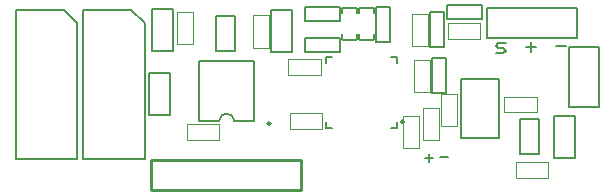
<source format=gto>
G04 Layer_Color=65535*
%FSLAX25Y25*%
%MOIN*%
G70*
G01*
G75*
%ADD24C,0.01000*%
%ADD38C,0.00984*%
%ADD39C,0.00787*%
%ADD40C,0.00800*%
%ADD41C,0.00500*%
%ADD42C,0.00400*%
D24*
X249173Y250157D02*
G03*
X249173Y250157I-394J0D01*
G01*
X165000Y227500D02*
X215000D01*
X165000D02*
Y237500D01*
X215000D01*
Y227500D02*
Y237500D01*
D38*
X204667Y249654D02*
G03*
X204667Y249654I-492J0D01*
G01*
D39*
X192600Y250421D02*
G03*
X187600Y250421I-2500J0D01*
G01*
X192600D02*
X199253D01*
X180947D02*
X187600D01*
X180947Y270500D02*
X199253D01*
Y250421D02*
Y270500D01*
X180947Y250421D02*
Y270500D01*
X304300Y275200D02*
X314300D01*
Y255200D02*
Y275200D01*
X304300Y255200D02*
X314300D01*
X304300D02*
Y275200D01*
X276700Y288000D02*
X306700D01*
X276700Y278000D02*
Y288000D01*
Y278000D02*
X306700D01*
Y288000D01*
D40*
X162700Y237700D02*
Y283097D01*
X142300Y237700D02*
X162700D01*
X142300D02*
Y287500D01*
X158297D01*
X162700Y283097D01*
X135797Y287500D02*
X140200Y283097D01*
X119800Y287500D02*
X135797D01*
X119800Y237700D02*
Y287500D01*
Y237700D02*
X140200D01*
Y283097D01*
X268101Y244858D02*
Y264543D01*
X280699D01*
Y244858D02*
Y264543D01*
X268101Y244858D02*
X280699D01*
X256300Y238199D02*
X258966D01*
X257633Y239532D02*
Y236866D01*
X261100Y238499D02*
X263766D01*
X303300Y275399D02*
X299968D01*
X293300Y275199D02*
X289968D01*
X291634Y276865D02*
Y273533D01*
X279800Y273100D02*
X282299D01*
X283132Y273933D01*
X282299Y274766D01*
X280633D01*
X279800Y275599D01*
X280633Y276432D01*
X283132D01*
D41*
X257970Y286670D02*
X262617D01*
X257970Y275112D02*
Y286670D01*
Y275112D02*
X262617D01*
Y286670D01*
X287850Y251205D02*
X294150D01*
Y239394D02*
Y251205D01*
X287850Y239394D02*
X294150D01*
X287850D02*
Y251205D01*
X234200Y277852D02*
Y279504D01*
Y286492D02*
Y288156D01*
X239200Y277906D02*
Y279504D01*
Y286492D02*
Y288156D01*
X234200Y277852D02*
X234477Y277575D01*
X237255Y288156D02*
X239200D01*
X234477Y277575D02*
X238869D01*
X234200Y288156D02*
X237255D01*
X238869Y277575D02*
X239200Y277906D01*
X228500Y277852D02*
Y279504D01*
Y286492D02*
Y288156D01*
X233500Y277906D02*
Y279504D01*
Y286492D02*
Y288156D01*
X228500Y277852D02*
X228777Y277575D01*
X231555Y288156D02*
X233500D01*
X228777Y277575D02*
X233169D01*
X228500Y288156D02*
X231555D01*
X233169Y277575D02*
X233500Y277906D01*
X275170Y284383D02*
Y289030D01*
X263612D02*
X275170D01*
X263612Y284383D02*
Y289030D01*
Y284383D02*
X275170D01*
X239883Y276830D02*
X244530D01*
Y288388D01*
X239883D02*
X244530D01*
X239883Y276830D02*
Y288388D01*
X216230Y283670D02*
Y288317D01*
Y283670D02*
X227788D01*
Y288317D01*
X216230D02*
X227788D01*
X227870Y273483D02*
Y278130D01*
X216312D02*
X227870D01*
X216312Y273483D02*
Y278130D01*
Y273483D02*
X227870D01*
X258383Y259930D02*
X263030D01*
Y271488D01*
X258383D02*
X263030D01*
X258383Y259930D02*
Y271488D01*
X164200Y252500D02*
Y266500D01*
X171200D01*
Y252500D02*
Y266500D01*
X164200Y252500D02*
X171200D01*
X299100Y238200D02*
Y252200D01*
X306100D01*
Y238200D02*
Y252200D01*
X299100Y238200D02*
X306100D01*
X165300Y273900D02*
Y287900D01*
X172300D01*
Y273900D02*
Y287900D01*
X165300Y273900D02*
X172300D01*
X212000Y273500D02*
Y287500D01*
X205000Y273500D02*
X212000D01*
X205000D02*
Y287500D01*
X212000D01*
X186650Y285606D02*
X192950D01*
Y273795D02*
Y285606D01*
X186650Y273795D02*
X192950D01*
X186650D02*
Y285606D01*
X244843Y271890D02*
X246850D01*
X246811Y271850D02*
X246850Y271890D01*
X246811Y269921D02*
Y271850D01*
X246850Y248189D02*
Y250197D01*
X246811Y248228D02*
X246850Y248189D01*
X244882Y248228D02*
X246811D01*
X223150Y269882D02*
Y271890D01*
X223189Y271850D01*
X225118D01*
X223189Y248228D02*
Y250157D01*
X223150Y248189D02*
X223189Y248228D01*
X223150Y248189D02*
X225157D01*
D42*
X257200Y275400D02*
Y286200D01*
X251900Y275400D02*
X257200D01*
X251900D02*
Y286200D01*
X257200D01*
X263800Y283200D02*
X274600D01*
Y277900D02*
Y283200D01*
X263800Y277900D02*
X274600D01*
X263800D02*
Y283200D01*
X176700Y244200D02*
X187500D01*
X176700D02*
Y249500D01*
X187500D01*
Y244200D02*
Y249500D01*
X252400Y260000D02*
Y270800D01*
X257700D01*
Y260000D02*
Y270800D01*
X252400Y260000D02*
X257700D01*
X210600Y271000D02*
X221400D01*
Y265700D02*
Y271000D01*
X210600Y265700D02*
X221400D01*
X210600D02*
Y271000D01*
X249000Y241400D02*
Y252200D01*
X254300D01*
Y241400D02*
Y252200D01*
X249000Y241400D02*
X254300D01*
X286400Y236700D02*
X297200D01*
Y231400D02*
Y236700D01*
X286400Y231400D02*
X297200D01*
X286400D02*
Y236700D01*
X261500Y248694D02*
Y259494D01*
X266800D01*
Y248694D02*
Y259494D01*
X261500Y248694D02*
X266800D01*
X255600Y244000D02*
Y254800D01*
X260900D01*
Y244000D02*
Y254800D01*
X255600Y244000D02*
X260900D01*
X282600Y253300D02*
X293400D01*
X282600D02*
Y258600D01*
X293400D01*
Y253300D02*
Y258600D01*
X211200Y253100D02*
X222000D01*
Y247800D02*
Y253100D01*
X211200Y247800D02*
X222000D01*
X211200D02*
Y253100D01*
X173500Y276000D02*
Y286800D01*
X178800D01*
Y276000D02*
Y286800D01*
X173500Y276000D02*
X178800D01*
X204300Y274900D02*
Y285700D01*
X199000Y274900D02*
X204300D01*
X199000D02*
Y285700D01*
X204300D01*
M02*

</source>
